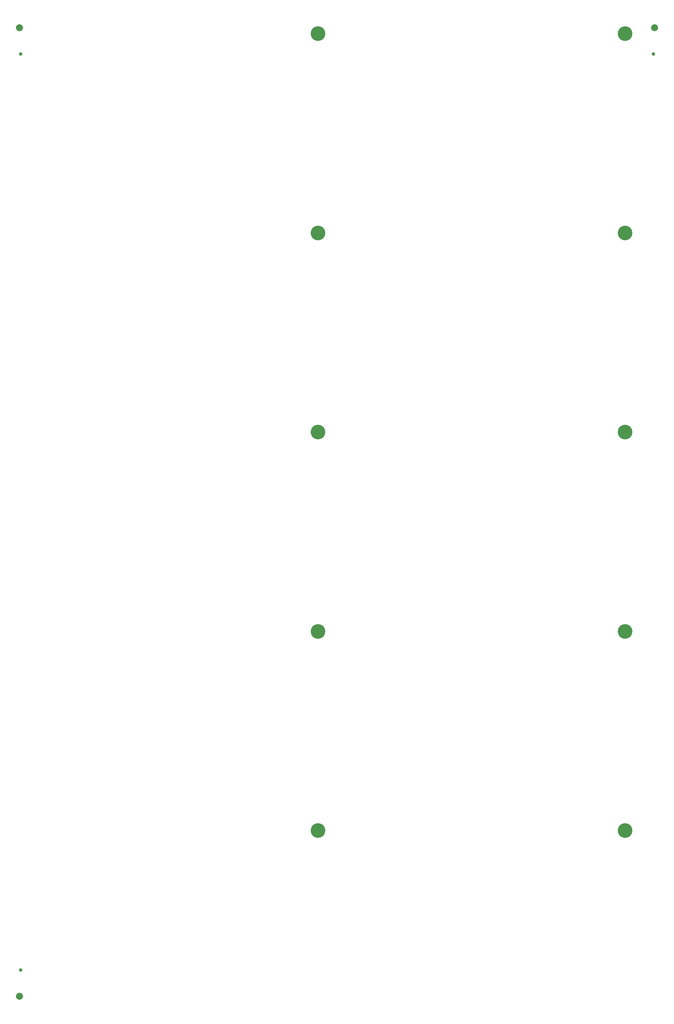
<source format=gbr>
%TF.GenerationSoftware,KiCad,Pcbnew,8.0.5+dfsg-1*%
%TF.CreationDate,2024-09-24T14:54:02+01:00*%
%TF.ProjectId,business card-generic-panel,62757369-6e65-4737-9320-636172642d67,rev?*%
%TF.SameCoordinates,Original*%
%TF.FileFunction,Soldermask,Top*%
%TF.FilePolarity,Negative*%
%FSLAX46Y46*%
G04 Gerber Fmt 4.6, Leading zero omitted, Abs format (unit mm)*
G04 Created by KiCad (PCBNEW 8.0.5+dfsg-1) date 2024-09-24 14:54:02*
%MOMM*%
%LPD*%
G01*
G04 APERTURE LIST*
%ADD10C,4.200000*%
%ADD11C,1.000000*%
%ADD12C,2.000000*%
G04 APERTURE END LIST*
D10*
%TO.C,REF\u002A\u002A*%
X142968000Y-138600000D03*
%TD*%
%TO.C,REF\u002A\u002A*%
X231200000Y-195800000D03*
%TD*%
%TO.C,REF\u002A\u002A*%
X231200000Y-253000000D03*
%TD*%
%TO.C,REF\u002A\u002A*%
X231200000Y-138600000D03*
%TD*%
%TO.C,REF\u002A\u002A*%
X231200000Y-24200000D03*
%TD*%
%TO.C,REF\u002A\u002A*%
X142968000Y-24200000D03*
%TD*%
%TO.C,REF\u002A\u002A*%
X142968000Y-195800000D03*
%TD*%
%TO.C,REF\u002A\u002A*%
X231200000Y-81400000D03*
%TD*%
D11*
%TO.C,KiKit_FID_T_1*%
X57617000Y-30000000D03*
%TD*%
%TO.C,KiKit_FID_T_3*%
X57617000Y-293000000D03*
%TD*%
D12*
%TO.C,KiKit_TO_1*%
X57267000Y-22500000D03*
%TD*%
%TO.C,KiKit_TO_2*%
X239733000Y-22500000D03*
%TD*%
D11*
%TO.C,KiKit_FID_T_2*%
X239383000Y-30000000D03*
%TD*%
D10*
%TO.C,REF\u002A\u002A*%
X142968000Y-253000000D03*
%TD*%
%TO.C,REF\u002A\u002A*%
X142968000Y-81400000D03*
%TD*%
D12*
%TO.C,KiKit_TO_3*%
X57267000Y-300500000D03*
%TD*%
M02*

</source>
